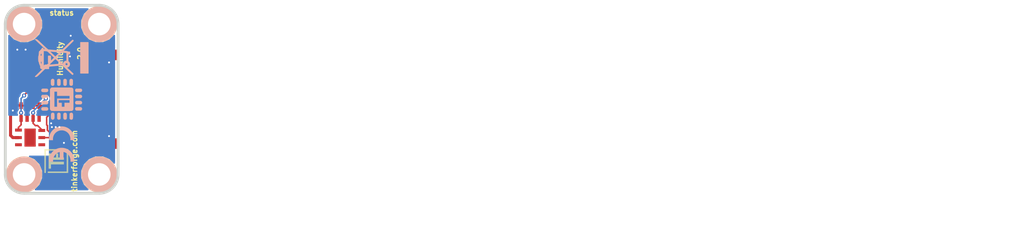
<source format=kicad_pcb>
(kicad_pcb (version 4) (host pcbnew 4.0.2+dfsg1-stable)
  (title_block (title "Humidity Bricklet") (date 2017-05-08) (rev 2.0) (company "Tinkerforge GmbH") (comment 1 "Licensed under CERN OHL v.1.1") (comment 2 "Copyright (©) 2017, B.Nordmeyer <bastian@tinkerforge.com>"))
  (layers (0 F.Cu signal) (31 B.Cu signal hide) (34 B.Paste user) (35 F.Paste user) (36 B.SilkS user) (37 F.SilkS user) (38 B.Mask user) (39 F.Mask user) (44 Edge.Cuts user))
  (net 0 "")
  (net 1 GND)
  (net 2 VCC)
  (net 3 "Net-(D101-Pad2)")
  (net 4 "Net-(P101-Pad4)")
  (net 5 "Net-(P101-Pad5)")
  (net 6 "Net-(P101-Pad6)")
  (net 7 "Net-(C102-Pad2)")
  (net 8 "Net-(R101-Pad1)")
  (net 9 SDA)
  (net 10 SCL)
  (net 11 S-MISO)
  (net 12 S-CS)
  (net 13 S-CLK)
  (net 14 S-MOSI)
  (net 15 "Net-(P102-Pad1)")
  (net 16 "Net-(P103-Pad2)")
  (net 17 +5V)
  (net 18 "Net-(RP102-Pad6)")
  (net 19 "Net-(RP102-Pad8)")
  (net 20 "Net-(U101-Pad2)")
  (net 21 "Net-(U101-Pad3)")
  (net 22 "Net-(U101-Pad5)")
  (net 23 "Net-(U101-Pad6)")
  (net 24 "Net-(U101-Pad8)")
  (net 25 "Net-(U101-Pad11)")
  (net 26 "Net-(U101-Pad12)")
  (net 27 "Net-(U101-Pad13)")
  (net 28 "Net-(U101-Pad14)")
  (net 29 "Net-(U101-Pad16)")
  (net 30 "Net-(U101-Pad18)")
  (net 31 "Net-(U101-Pad20)")
  (net 32 "Net-(U101-Pad21)")
  (net 33 "Net-(U102-Pad3)")
  (net 34 "Net-(U102-Pad4)")
  (module kicad-libraries:Logo_31x31 (layer F.Cu) (at 145.3 150.8 90)
    (fp_text reference G*** hide)
    (fp_text value Logo_31x31 hide)
  )
  (module kicad-libraries:Logo_CoMCU (layer B.Cu) (at 147.6 141 270)
    (fp_text reference G*** hide)
    (fp_text value LOGO hide)
  )
  (module kicad-libraries:WEEE_7mm (layer B.Cu) (at 147.6 135.5 270)
    (fp_text reference G*** hide)
    (fp_text value LOGO hide)
  )
  (module kicad-libraries:CE_5mm (layer B.Cu) (at 147.6 147 270)
    (fp_text reference VAL hide)
    (fp_text value CE_5mm hide)
  )
  (module kicad-libraries:Fiducial_Mark (layer F.Cu) (at 147.6 152)
    (fp_text reference Fiducial_Mark hide)
    (fp_text value VAL** hide)
    (pad 1 smd circle (at 0 0) (size 1.00076 1.00076) (layers F.Cu F.Paste F.Mask) (clearance 0.65024))
  )
  (module kicad-libraries:Fiducial_Mark (layer F.Cu) (at 153.6 137.5)
    (fp_text reference Fiducial_Mark hide)
    (fp_text value VAL** hide)
    (pad 1 smd circle (at 0 0) (size 1.00076 1.00076) (layers F.Cu F.Paste F.Mask) (clearance 0.65024))
  )
  (module kicad-libraries:DEBUG_PAD (layer F.Cu) (at 141.5 140.1 270)
    (fp_text reference P102)
    (fp_text value DEBUG)
    (pad 1 smd circle (at 0 0 270) (size 0.7 0.7) (layers F.Cu F.Paste F.Mask) (net 15 "Net-(P102-Pad1)"))
  )
  (module kicad-libraries:SolderJumper (layer F.Cu) (at 148.8 133.6 270)
    (fp_text reference P103)
    (fp_text value BOOT)
    (pad 2 smd rect (at 0.55 0 270) (size 0.3 1.4) (layers F.Cu F.Mask) (net 16 "Net-(P103-Pad2)"))
    (pad 2 smd rect (at 0.15 0 270) (size 0.6 0.5) (layers F.Cu F.Mask) (net 16 "Net-(P103-Pad2)"))
    (pad 1 smd rect (at -0.5 0 270) (size 0.4 1.4) (layers F.Cu F.Mask) (net 1 GND))
    (pad 1 smd rect (at -0.225 0.55 270) (size 0.95 0.3) (layers F.Cu F.Mask) (net 1 GND))
    (pad 1 smd rect (at -0.225 -0.55 270) (size 0.95 0.3) (layers F.Cu F.Mask) (net 1 GND))
  )
  (module kicad-libraries:QFN24-4x4mm-0.5mm (layer F.Cu) (at 144.1 137.9 225)
    (fp_text reference U101)
    (fp_text value XMC1100-16)
    (pad 1 smd oval (at -2.025 -1.25 225) (size 1 0.3) (layers F.Cu F.Paste F.Mask) (net 11 S-MISO))
    (pad 2 smd oval (at -2.025 -0.75 225) (size 1 0.3) (layers F.Cu F.Paste F.Mask) (net 20 "Net-(U101-Pad2)"))
    (pad 3 smd oval (at -2.025 -0.25 225) (size 1 0.3) (layers F.Cu F.Paste F.Mask) (net 21 "Net-(U101-Pad3)"))
    (pad 4 smd oval (at -2.025 0.25 225) (size 1 0.3) (layers F.Cu F.Paste F.Mask) (net 16 "Net-(P103-Pad2)"))
    (pad 5 smd oval (at -2.025 0.75 225) (size 1 0.3) (layers F.Cu F.Paste F.Mask) (net 22 "Net-(U101-Pad5)"))
    (pad 6 smd oval (at -2.025 1.25 225) (size 1 0.3) (layers F.Cu F.Paste F.Mask) (net 23 "Net-(U101-Pad6)"))
    (pad 7 smd oval (at -1.25 2.025 315) (size 1 0.3) (layers F.Cu F.Paste F.Mask) (net 8 "Net-(R101-Pad1)"))
    (pad 8 smd oval (at -0.75 2.025 315) (size 1 0.3) (layers F.Cu F.Paste F.Mask) (net 24 "Net-(U101-Pad8)"))
    (pad 9 smd oval (at -0.25 2.025 315) (size 1 0.3) (layers F.Cu F.Paste F.Mask) (net 1 GND))
    (pad 10 smd oval (at 0.25 2.025 315) (size 1 0.3) (layers F.Cu F.Paste F.Mask) (net 2 VCC))
    (pad 11 smd oval (at 0.75 2.025 315) (size 1 0.3) (layers F.Cu F.Paste F.Mask) (net 25 "Net-(U101-Pad11)"))
    (pad 12 smd oval (at 1.25 2.025 315) (size 1 0.3) (layers F.Cu F.Paste F.Mask) (net 26 "Net-(U101-Pad12)"))
    (pad 13 smd oval (at 2.025 1.25 225) (size 1 0.3) (layers F.Cu F.Paste F.Mask) (net 27 "Net-(U101-Pad13)"))
    (pad 14 smd oval (at 2.025 0.75 225) (size 1 0.3) (layers F.Cu F.Paste F.Mask) (net 28 "Net-(U101-Pad14)"))
    (pad 15 smd oval (at 2.025 0.25 225) (size 1 0.3) (layers F.Cu F.Paste F.Mask) (net 15 "Net-(P102-Pad1)"))
    (pad 16 smd oval (at 2.025 -0.25 225) (size 1 0.3) (layers F.Cu F.Paste F.Mask) (net 29 "Net-(U101-Pad16)"))
    (pad 17 smd oval (at 2.025 -0.75 225) (size 1 0.3) (layers F.Cu F.Paste F.Mask) (net 9 SDA))
    (pad 18 smd oval (at 2.025 -1.25 225) (size 1 0.3) (layers F.Cu F.Paste F.Mask) (net 30 "Net-(U101-Pad18)"))
    (pad 19 smd oval (at 1.25 -2.025 315) (size 1 0.3) (layers F.Cu F.Paste F.Mask) (net 10 SCL))
    (pad 20 smd oval (at 0.75 -2.025 315) (size 1 0.3) (layers F.Cu F.Paste F.Mask) (net 31 "Net-(U101-Pad20)"))
    (pad 21 smd oval (at 0.25 -2.025 315) (size 1 0.3) (layers F.Cu F.Paste F.Mask) (net 32 "Net-(U101-Pad21)"))
    (pad 22 smd oval (at -0.25 -2.025 315) (size 1 0.3) (layers F.Cu F.Paste F.Mask) (net 12 S-CS))
    (pad 23 smd oval (at -0.75 -2.025 315) (size 1 0.3) (layers F.Cu F.Paste F.Mask) (net 13 S-CLK))
    (pad 24 smd oval (at -1.25 -2.025 315) (size 1 0.3) (layers F.Cu F.Paste F.Mask) (net 14 S-MOSI))
    (pad EXP smd rect (at 0.65 0.65 225) (size 1.3 1.3) (layers F.Cu F.Paste F.Mask) (net 1 GND))
    (pad EXP smd rect (at 0.65 -0.65 225) (size 1.3 1.3) (layers F.Cu F.Paste F.Mask) (net 1 GND))
    (pad EXP smd rect (at -0.65 0.65 225) (size 1.3 1.3) (layers F.Cu F.Paste F.Mask) (net 1 GND))
    (pad EXP smd rect (at -0.65 -0.65 225) (size 1.3 1.3) (layers F.Cu F.Paste F.Mask) (net 1 GND))
  )
  (module kicad-libraries:DFN6-30x30_humidity (layer F.Cu) (at 143.4 146.1 90)
    (fp_text reference U102)
    (fp_text value HDC1080)
    (pad 1 smd rect (at 1 -1.55 90) (size 0.4 0.9) (layers F.Cu F.Paste F.Mask) (net 9 SDA))
    (pad 2 smd rect (at 0 -1.55 90) (size 0.4 0.9) (layers F.Cu F.Paste F.Mask) (net 1 GND))
    (pad 3 smd rect (at -0.95 -1.55 90) (size 0.4 0.9) (layers F.Cu F.Paste F.Mask) (net 33 "Net-(U102-Pad3)"))
    (pad 4 smd rect (at -0.95 1.55 90) (size 0.4 0.9) (layers F.Cu F.Paste F.Mask) (net 34 "Net-(U102-Pad4)"))
    (pad 5 smd rect (at 0 1.55 90) (size 0.4 0.9) (layers F.Cu F.Paste F.Mask) (net 2 VCC))
    (pad 6 smd rect (at 0.95 1.55 90) (size 0.4 0.9) (layers F.Cu F.Paste F.Mask) (net 10 SCL))
    (pad EXP smd rect (at 0 0 90) (size 2.4 1.5) (layers F.Cu F.Paste F.Mask))
  )
  (module kicad-libraries:C0805 (layer F.Cu) (at 148.5 143.4 90)
    (fp_text reference C101)
    (fp_text value 10uF)
    (pad 1 smd rect (at -1.00076 0 90) (size 1.00076 1.24968) (layers F.Cu F.Paste F.Mask) (net 1 GND) (clearance 0.14986))
    (pad 2 smd rect (at 1.00076 0 90) (size 1.00076 1.24968) (layers F.Cu F.Paste F.Mask) (net 2 VCC) (clearance 0.14986))
  )
  (module kicad-libraries:C0402F (layer F.Cu) (at 148.7 136.6 270)
    (fp_text reference C102)
    (fp_text value 220pF)
    (pad 2 smd rect (at 0.5 0 270) (size 0.6 0.7) (layers F.Cu F.Paste F.Mask) (net 7 "Net-(C102-Pad2)"))
    (pad 1 smd rect (at -0.5 0 270) (size 0.6 0.7) (layers F.Cu F.Paste F.Mask) (net 1 GND))
  )
  (module kicad-libraries:C0603F (layer F.Cu) (at 147 143.2 90)
    (fp_text reference C103)
    (fp_text value 1uF)
    (pad 1 smd rect (at -0.75 0 90) (size 0.9 0.9) (layers F.Cu F.Paste F.Mask) (net 1 GND))
    (pad 2 smd rect (at 0.75 0 90) (size 0.9 0.9) (layers F.Cu F.Paste F.Mask) (net 2 VCC))
  )
  (module kicad-libraries:C0603F (layer F.Cu) (at 141.7 135.5 45)
    (fp_text reference C104)
    (fp_text value 100nF)
    (pad 1 smd rect (at -0.75 0 45) (size 0.9 0.9) (layers F.Cu F.Paste F.Mask) (net 2 VCC))
    (pad 2 smd rect (at 0.75 0 45) (size 0.9 0.9) (layers F.Cu F.Paste F.Mask) (net 1 GND))
  )
  (module kicad-libraries:C0603F (layer F.Cu) (at 147.2 146.1)
    (fp_text reference C105)
    (fp_text value 100nF)
    (pad 1 smd rect (at -0.75 0) (size 0.9 0.9) (layers F.Cu F.Paste F.Mask) (net 2 VCC))
    (pad 2 smd rect (at 0.75 0) (size 0.9 0.9) (layers F.Cu F.Paste F.Mask) (net 1 GND))
  )
  (module kicad-libraries:D0603F (layer F.Cu) (at 147.6 130.7)
    (fp_text reference D101)
    (fp_text value blue)
    (pad 1 smd rect (at -0.75 0) (size 0.9 0.9) (layers F.Cu F.Paste F.Mask) (net 2 VCC))
    (pad 2 smd rect (at 0.75 0) (size 0.9 0.9) (layers F.Cu F.Paste F.Mask) (net 3 "Net-(D101-Pad2)"))
  )
  (module kicad-libraries:CON-SENSOR2 (layer F.Cu) (at 155.1 141 90)
    (fp_text reference P101)
    (fp_text value CON-SENSOR2)
    (pad 1 smd rect (at -3.75 -4.6 90) (size 0.6 1.8) (layers F.Cu F.Paste F.Mask) (net 17 +5V))
    (pad 2 smd rect (at -2.5 -4.6 90) (size 0.6 1.8) (layers F.Cu F.Paste F.Mask) (net 1 GND))
    (pad EP smd rect (at -5.9 -1.2 90) (size 1.4 2.4) (layers F.Cu F.Paste F.Mask) (net 1 GND))
    (pad EP smd rect (at 5.9 -1.2 90) (size 1.4 2.4) (layers F.Cu F.Paste F.Mask) (net 1 GND))
    (pad 3 smd rect (at -1.25 -4.6 90) (size 0.6 1.8) (layers F.Cu F.Paste F.Mask) (net 2 VCC))
    (pad 4 smd rect (at 0 -4.6 90) (size 0.6 1.8) (layers F.Cu F.Paste F.Mask) (net 4 "Net-(P101-Pad4)"))
    (pad 5 smd rect (at 1.25 -4.6 90) (size 0.6 1.8) (layers F.Cu F.Paste F.Mask) (net 5 "Net-(P101-Pad5)"))
    (pad 6 smd rect (at 2.5 -4.6 90) (size 0.6 1.8) (layers F.Cu F.Paste F.Mask) (net 6 "Net-(P101-Pad6)"))
    (pad 7 smd rect (at 3.75 -4.6 90) (size 0.6 1.8) (layers F.Cu F.Paste F.Mask) (net 7 "Net-(C102-Pad2)"))
  )
  (module kicad-libraries:R0603F (layer F.Cu) (at 145.95 133.3 45)
    (fp_text reference R101)
    (fp_text value 1k)
    (pad 1 smd rect (at -0.75 0 45) (size 0.9 0.9) (layers F.Cu F.Paste F.Mask) (net 8 "Net-(R101-Pad1)"))
    (pad 2 smd rect (at 0.75 0 45) (size 0.9 0.9) (layers F.Cu F.Paste F.Mask) (net 3 "Net-(D101-Pad2)"))
  )
  (module kicad-libraries:4X0402 (layer F.Cu) (at 148.2 139.1 90)
    (fp_text reference RP101)
    (fp_text value 82)
    (pad 1 smd rect (at -0.7493 0.575 270) (size 0.29972 0.65) (layers F.Cu F.Paste F.Mask) (net 4 "Net-(P101-Pad4)"))
    (pad 2 smd rect (at -0.24892 0.575 270) (size 0.29972 0.65) (layers F.Cu F.Paste F.Mask) (net 5 "Net-(P101-Pad5)"))
    (pad 3 smd rect (at 0.24892 0.575 270) (size 0.29972 0.65) (layers F.Cu F.Paste F.Mask) (net 6 "Net-(P101-Pad6)"))
    (pad 4 smd rect (at 0.7493 0.575 270) (size 0.29972 0.65) (layers F.Cu F.Paste F.Mask) (net 7 "Net-(C102-Pad2)"))
    (pad 5 smd rect (at 0.7493 -0.575 90) (size 0.29972 0.65) (layers F.Cu F.Paste F.Mask) (net 11 S-MISO))
    (pad 6 smd rect (at 0.24892 -0.575 90) (size 0.29972 0.65) (layers F.Cu F.Paste F.Mask) (net 14 S-MOSI))
    (pad 7 smd rect (at -0.24892 -0.575 90) (size 0.29972 0.65) (layers F.Cu F.Paste F.Mask) (net 13 S-CLK))
    (pad 8 smd rect (at -0.7493 -0.575 90) (size 0.29972 0.65) (layers F.Cu F.Paste F.Mask) (net 12 S-CS))
  )
  (module kicad-libraries:0603X4 (layer F.Cu) (at 143.4 142.7)
    (fp_text reference RP102)
    (fp_text value 4k7)
    (pad 1 smd rect (at 1.19888 -0.8509) (size 0.44958 0.89916) (layers F.Cu F.Paste F.Mask) (net 2 VCC))
    (pad 2 smd rect (at 0.39878 -0.8509) (size 0.44958 0.89916) (layers F.Cu F.Paste F.Mask) (net 2 VCC))
    (pad 3 smd rect (at -0.39878 -0.8509) (size 0.44958 0.89916) (layers F.Cu F.Paste F.Mask) (net 2 VCC))
    (pad 4 smd rect (at -1.19888 -0.8509) (size 0.44958 0.89916) (layers F.Cu F.Paste F.Mask) (net 2 VCC))
    (pad 5 smd rect (at -1.19888 0.8509) (size 0.44958 0.89916) (layers F.Cu F.Paste F.Mask) (net 9 SDA))
    (pad 6 smd rect (at -0.39878 0.8509) (size 0.44958 0.89916) (layers F.Cu F.Paste F.Mask) (net 18 "Net-(RP102-Pad6)"))
    (pad 7 smd rect (at 0.39878 0.8509) (size 0.44958 0.89916) (layers F.Cu F.Paste F.Mask) (net 10 SCL))
    (pad 8 smd rect (at 1.19888 0.8509) (size 0.44958 0.89916) (layers F.Cu F.Paste F.Mask) (net 19 "Net-(RP102-Pad8)"))
  )
  (module kicad-libraries:DRILL_NP (layer F.Cu) (at 152.6 131)
    (fp_text reference U103 hide)
    (fp_text value DRILL hide)
    (pad "" np_thru_hole circle (at 0 0) (size 2.99974 2.99974) (drill 2.99974) (layers *.Cu *.Mask F.SilkS) (clearance 0.89916))
  )
  (module kicad-libraries:DRILL_NP (layer F.Cu) (at 152.6 151)
    (fp_text reference U104 hide)
    (fp_text value DRILL hide)
    (pad "" np_thru_hole circle (at 0 0) (size 2.99974 2.99974) (drill 2.99974) (layers *.Cu *.Mask F.SilkS) (clearance 0.89916))
  )
  (module kicad-libraries:DRILL_NP (layer F.Cu) (at 142.6 131)
    (fp_text reference U105 hide)
    (fp_text value DRILL hide)
    (pad "" np_thru_hole circle (at 0 0) (size 2.99974 2.99974) (drill 2.99974) (layers *.Cu *.Mask F.SilkS) (clearance 0.89916))
  )
  (module kicad-libraries:DRILL_NP (layer F.Cu) (at 142.6 151)
    (fp_text reference U106 hide)
    (fp_text value DRILL hide)
    (pad "" np_thru_hole circle (at 0 0) (size 2.99974 2.99974) (drill 2.99974) (layers *.Cu *.Mask F.SilkS) (clearance 0.89916))
  )
  (gr_text 2.0 (at 150.1 134.9 90) (layer F.SilkS) (effects (font (size 0.7 0.7))))
  (gr_text status (at 147.6 129.5) (layer F.SilkS) (effects (font (size 0.7 0.7))))
  (gr_text Humidity (at 147.4 135.6 90) (layer F.SilkS) (effects (font (size 0.7 0.7))))
  (gr_text tinkerforge.com (at 149.3 149.2 90) (layer F.SilkS) (effects (font (size 0.7 0.7))))
  (gr_line (start 152.6 128.5) (end 142.6 128.5) (angle 90) (layer Edge.Cuts) (width 0.381))
  (gr_line (start 155.1 151) (end 155.1 131) (angle 90) (layer Edge.Cuts) (width 0.381))
  (gr_line (start 142.6 153.5) (end 152.6 153.5) (angle 90) (layer Edge.Cuts) (width 0.381))
  (gr_line (start 140.1 131) (end 140.1 151) (angle 90) (layer Edge.Cuts) (width 0.381))
  (gr_arc (start 142.6 131) (end 140.1 131) (angle 90) (layer Edge.Cuts) (width 0.381))
  (gr_arc (start 142.6 151) (end 142.6 153.5) (angle 90) (layer Edge.Cuts) (width 0.381))
  (gr_arc (start 152.6 151) (end 155.1 151) (angle 90) (layer Edge.Cuts) (width 0.381))
  (gr_arc (start 152.6 131) (end 152.6 128.5) (angle 90) (layer Edge.Cuts) (width 0.381))
  (segment (start 141.85 146.1) (end 141.1 146.1) (width 0.4) (layer F.Cu) (net 1))
  (via (at 141.1 142.5) (size 0.55) (drill 0.25) (layers F.Cu B.Cu) (net 1))
  (segment (start 140.8 142.8) (end 141.1 142.5) (width 0.4) (layer F.Cu) (net 1))
  (segment (start 140.8 145.8) (end 140.8 142.8) (width 0.4) (layer F.Cu) (net 1))
  (segment (start 141.1 146.1) (end 140.8 145.8) (width 0.4) (layer F.Cu) (net 1))
  (segment (start 147.95 146.1) (end 147.95 146.75) (width 0.4) (layer F.Cu) (net 1))
  (via (at 147.9 146.8) (size 0.55) (drill 0.25) (layers F.Cu B.Cu) (net 1))
  (segment (start 147.95 146.75) (end 147.9 146.8) (width 0.4) (layer F.Cu) (net 1))
  (segment (start 148.8 133.1) (end 149.35 133.1) (width 0.25) (layer F.Cu) (net 1))
  (segment (start 149.35 133.1) (end 149.35 133.4) (width 0.25) (layer F.Cu) (net 1))
  (segment (start 149.35 133.4) (end 149.35 133.375) (width 0.25) (layer F.Cu) (net 1))
  (segment (start 148.8 133.1) (end 148.25 133.1) (width 0.25) (layer F.Cu) (net 1))
  (segment (start 148.25 133.1) (end 148.25 133.4) (width 0.25) (layer F.Cu) (net 1))
  (segment (start 148.25 133.4) (end 148.25 133.375) (width 0.25) (layer F.Cu) (net 1))
  (segment (start 148.8 133.1) (end 148.8 132.55) (width 0.25) (layer F.Cu) (net 1))
  (via (at 148.8 132.55) (size 0.55) (drill 0.25) (layers F.Cu B.Cu) (net 1))
  (segment (start 142.23033 134.96967) (end 141.7 134.43934) (width 0.5) (layer F.Cu) (net 1))
  (via (at 141.7 134.4) (size 0.55) (drill 0.25) (layers F.Cu B.Cu) (net 1))
  (segment (start 141.7 134.43934) (end 141.7 134.4) (width 0.5) (layer F.Cu) (net 1))
  (segment (start 142.844885 136.291332) (end 143.534314 136.980761) (width 0.25) (layer F.Cu) (net 1))
  (segment (start 143.534314 136.980761) (end 144.1 136.980761) (width 0.25) (layer F.Cu) (net 1))
  (segment (start 144.1 136.980761) (end 143.180761 137.9) (width 0.25) (layer F.Cu) (net 1))
  (segment (start 144.1 138.819239) (end 143.180761 137.9) (width 0.25) (layer F.Cu) (net 1))
  (segment (start 145.019239 137.9) (end 144.1 136.980761) (width 0.25) (layer F.Cu) (net 1))
  (segment (start 142.23033 134.96967) (end 142.8 134.4) (width 0.5) (layer F.Cu) (net 1))
  (via (at 142.8 134.4) (size 0.55) (drill 0.25) (layers F.Cu B.Cu) (net 1))
  (segment (start 148.7 135.95) (end 148.7 135.3) (width 0.5) (layer F.Cu) (net 1))
  (via (at 148.7 135.3) (size 0.55) (drill 0.25) (layers F.Cu B.Cu) (net 1))
  (segment (start 153.9 135.1) (end 153.9 136.1) (width 0.5) (layer F.Cu) (net 1))
  (via (at 153.9 136.1) (size 0.55) (drill 0.25) (layers F.Cu B.Cu) (net 1))
  (segment (start 153.9 146.9) (end 153.9 145.9) (width 0.5) (layer F.Cu) (net 1))
  (via (at 153.9 145.9) (size 0.55) (drill 0.25) (layers F.Cu B.Cu) (net 1))
  (segment (start 148.5 144.40076) (end 147.90076 144.40076) (width 0.5) (layer F.Cu) (net 1))
  (segment (start 147.90076 144.40076) (end 147.45 143.95) (width 0.5) (layer F.Cu) (net 1))
  (segment (start 147.45 143.95) (end 147 143.95) (width 0.5) (layer F.Cu) (net 1))
  (segment (start 150.5 143.5) (end 149.9 143.5) (width 0.5) (layer F.Cu) (net 1))
  (segment (start 149.9 143.5) (end 148.99924 144.40076) (width 0.5) (layer F.Cu) (net 1))
  (segment (start 148.99924 144.40076) (end 148.5 144.40076) (width 0.5) (layer F.Cu) (net 1))
  (segment (start 147 143.95) (end 146.45 143.95) (width 0.5) (layer F.Cu) (net 1))
  (via (at 146.2 144.2) (size 0.55) (drill 0.25) (layers F.Cu B.Cu) (net 1))
  (segment (start 146.45 143.95) (end 146.2 144.2) (width 0.5) (layer F.Cu) (net 1))
  (segment (start 147 143.95) (end 146.95 143.95) (width 0.5) (layer F.Cu) (net 1))
  (segment (start 146.95 143.95) (end 146.3 144.6) (width 0.5) (layer F.Cu) (net 1))
  (via (at 146.3 144.7) (size 0.55) (drill 0.25) (layers F.Cu B.Cu) (net 1))
  (segment (start 146.3 144.6) (end 146.3 144.7) (width 0.5) (layer F.Cu) (net 1))
  (segment (start 147 143.95) (end 147 144.5) (width 0.5) (layer F.Cu) (net 1))
  (via (at 146.8 144.7) (size 0.55) (drill 0.25) (layers F.Cu B.Cu) (net 1))
  (segment (start 147 144.5) (end 146.8 144.7) (width 0.5) (layer F.Cu) (net 1))
  (segment (start 147 143.95) (end 147 144.4) (width 0.5) (layer F.Cu) (net 1))
  (segment (start 147 144.4) (end 147.3 144.7) (width 0.5) (layer F.Cu) (net 1))
  (via (at 147.3 144.7) (size 0.55) (drill 0.25) (layers F.Cu B.Cu) (net 1))
  (segment (start 142.844885 136.291332) (end 142.4 135.846447) (width 0.25) (layer F.Cu) (net 1))
  (segment (start 142.4 135.846447) (end 142.4 135.13934) (width 0.25) (layer F.Cu) (net 1))
  (segment (start 142.4 135.13934) (end 142.23033 134.96967) (width 0.25) (layer F.Cu) (net 1))
  (segment (start 146.45 146.1) (end 146.45 145.85) (width 0.2) (layer F.Cu) (net 2))
  (segment (start 146.45 145.85) (end 145.7 145.1) (width 0.2) (layer F.Cu) (net 2))
  (segment (start 145.6 143.4) (end 146.55 142.45) (width 0.2) (layer F.Cu) (net 2))
  (segment (start 145.6 144.4) (end 145.6 143.4) (width 0.2) (layer F.Cu) (net 2))
  (segment (start 145.7 144.5) (end 145.6 144.4) (width 0.2) (layer F.Cu) (net 2))
  (segment (start 145.7 145.1) (end 145.7 144.5) (width 0.2) (layer F.Cu) (net 2))
  (segment (start 146.55 142.45) (end 147 142.45) (width 0.2) (layer F.Cu) (net 2))
  (segment (start 142.20112 141.8491) (end 141.9491 141.8491) (width 0.25) (layer F.Cu) (net 2))
  (segment (start 140.8 136.4) (end 141.16967 136.03033) (width 0.25) (layer F.Cu) (net 2))
  (segment (start 140.8 139.5) (end 140.8 136.4) (width 0.25) (layer F.Cu) (net 2))
  (segment (start 140.8 140.7) (end 140.8 139.5) (width 0.25) (layer F.Cu) (net 2))
  (segment (start 141.9491 141.8491) (end 140.8 140.7) (width 0.25) (layer F.Cu) (net 2))
  (segment (start 143.00122 141.8491) (end 142.20112 141.8491) (width 0.25) (layer F.Cu) (net 2))
  (segment (start 143.79878 141.8491) (end 143.00122 141.8491) (width 0.25) (layer F.Cu) (net 2))
  (segment (start 144.59888 141.8491) (end 143.79878 141.8491) (width 0.25) (layer F.Cu) (net 2))
  (segment (start 147 142.45) (end 146.25 142.45) (width 0.25) (layer F.Cu) (net 2))
  (segment (start 145.6491 141.8491) (end 144.59888 141.8491) (width 0.25) (layer F.Cu) (net 2))
  (segment (start 146.25 142.45) (end 145.6491 141.8491) (width 0.25) (layer F.Cu) (net 2))
  (segment (start 144.95 146.1) (end 146.45 146.1) (width 0.2) (layer F.Cu) (net 2))
  (segment (start 147 142.45) (end 146.65 142.45) (width 0.25) (layer F.Cu) (net 2))
  (segment (start 146.7499 130.7) (end 146.7499 130.9501) (width 0.25) (layer F.Cu) (net 2))
  (segment (start 146.7499 130.9501) (end 143.95 133.75) (width 0.25) (layer F.Cu) (net 2))
  (segment (start 140.75 135.61066) (end 141.16967 136.03033) (width 0.25) (layer F.Cu) (net 2))
  (segment (start 140.75 134.45) (end 140.75 135.61066) (width 0.25) (layer F.Cu) (net 2))
  (segment (start 141.45 133.75) (end 140.75 134.45) (width 0.25) (layer F.Cu) (net 2))
  (segment (start 143.95 133.75) (end 141.45 133.75) (width 0.25) (layer F.Cu) (net 2))
  (segment (start 148.5 142.39924) (end 147.05076 142.39924) (width 0.5) (layer F.Cu) (net 2))
  (segment (start 147.05076 142.39924) (end 147 142.45) (width 0.5) (layer F.Cu) (net 2))
  (segment (start 150.5 142.25) (end 149.45 142.25) (width 0.5) (layer F.Cu) (net 2))
  (segment (start 149.30076 142.39924) (end 148.5 142.39924) (width 0.5) (layer F.Cu) (net 2))
  (segment (start 149.45 142.25) (end 149.30076 142.39924) (width 0.5) (layer F.Cu) (net 2))
  (segment (start 142.491332 136.644885) (end 142.046447 136.2) (width 0.25) (layer F.Cu) (net 2))
  (segment (start 142.046447 136.2) (end 141.33934 136.2) (width 0.25) (layer F.Cu) (net 2))
  (segment (start 141.33934 136.2) (end 141.16967 136.03033) (width 0.25) (layer F.Cu) (net 2))
  (segment (start 148.4501 130.7) (end 148.4501 130.7999) (width 0.25) (layer F.Cu) (net 3))
  (segment (start 148.4501 130.7999) (end 146.48033 132.76967) (width 0.25) (layer F.Cu) (net 3))
  (segment (start 148.35 130.8001) (end 148.4501 130.7) (width 0.25) (layer F.Cu) (net 3))
  (segment (start 148.775 139.8493) (end 148.9493 139.8493) (width 0.25) (layer F.Cu) (net 4))
  (segment (start 148.9493 139.8493) (end 149.2 140.1) (width 0.25) (layer F.Cu) (net 4))
  (segment (start 149.2 140.1) (end 149.2 140.5) (width 0.25) (layer F.Cu) (net 4))
  (segment (start 149.2 140.5) (end 149.7 141) (width 0.25) (layer F.Cu) (net 4))
  (segment (start 149.7 141) (end 150.5 141) (width 0.25) (layer F.Cu) (net 4))
  (segment (start 148.775 139.34892) (end 149.24892 139.34892) (width 0.25) (layer F.Cu) (net 5))
  (segment (start 149.24892 139.34892) (end 149.65 139.75) (width 0.25) (layer F.Cu) (net 5))
  (segment (start 149.65 139.75) (end 150.5 139.75) (width 0.25) (layer F.Cu) (net 5))
  (segment (start 148.775 138.85108) (end 149.24892 138.85108) (width 0.25) (layer F.Cu) (net 6))
  (segment (start 149.24892 138.85108) (end 149.6 138.5) (width 0.25) (layer F.Cu) (net 6))
  (segment (start 149.6 138.5) (end 150.5 138.5) (width 0.25) (layer F.Cu) (net 6))
  (segment (start 150.5 137.25) (end 148.7 137.25) (width 0.25) (layer F.Cu) (net 7))
  (segment (start 148.775 138.3507) (end 148.7 138.2757) (width 0.25) (layer F.Cu) (net 7))
  (segment (start 148.7 138.2757) (end 148.7 137.25) (width 0.25) (layer F.Cu) (net 7))
  (segment (start 143.551992 135.584225) (end 143.2 135.232233) (width 0.25) (layer F.Cu) (net 8))
  (segment (start 143.2 135.232233) (end 143.2 134.8) (width 0.25) (layer F.Cu) (net 8))
  (segment (start 143.2 134.8) (end 143.6 134.4) (width 0.25) (layer F.Cu) (net 8))
  (segment (start 143.6 134.4) (end 144.85 134.4) (width 0.25) (layer F.Cu) (net 8))
  (segment (start 144.85 134.4) (end 145.41967 133.83033) (width 0.25) (layer F.Cu) (net 8))
  (segment (start 142.2 142.8) (end 142.2 140.9) (width 0.2) (layer B.Cu) (net 9))
  (segment (start 142.20112 142.80112) (end 142.2 142.8) (width 0.2) (layer F.Cu) (net 9))
  (via (at 142.2 142.8) (size 0.55) (drill 0.25) (layers F.Cu B.Cu) (net 9))
  (segment (start 142.20112 143.5509) (end 142.20112 142.80112) (width 0.2) (layer F.Cu) (net 9))
  (segment (start 142.6 140.46066) (end 142.6 140.5) (width 0.2) (layer F.Cu) (net 9))
  (via (at 142.6 140.5) (size 0.55) (drill 0.25) (layers F.Cu B.Cu) (net 9))
  (segment (start 142.6 140.46066) (end 143.198439 139.862221) (width 0.2) (layer F.Cu) (net 9))
  (segment (start 142.2 140.9) (end 142.6 140.5) (width 0.2) (layer B.Cu) (net 9))
  (segment (start 141.85 145.1) (end 141.85 144.75) (width 0.2) (layer F.Cu) (net 9))
  (segment (start 142.20112 144.39888) (end 142.20112 143.5509) (width 0.2) (layer F.Cu) (net 9))
  (segment (start 141.85 144.75) (end 142.20112 144.39888) (width 0.2) (layer F.Cu) (net 9))
  (segment (start 145.5 140.9) (end 143.8 142.6) (width 0.2) (layer B.Cu) (net 10))
  (segment (start 143.8 142.6) (end 143.8 142.8) (width 0.2) (layer B.Cu) (net 10))
  (segment (start 143.79878 142.80122) (end 143.8 142.8) (width 0.2) (layer F.Cu) (net 10))
  (via (at 143.8 142.8) (size 0.55) (drill 0.25) (layers F.Cu B.Cu) (net 10))
  (segment (start 143.79878 143.5509) (end 143.79878 142.80122) (width 0.2) (layer F.Cu) (net 10))
  (segment (start 145.332233 140.9) (end 145.5 140.9) (width 0.2) (layer F.Cu) (net 10))
  (via (at 145.5 140.9) (size 0.55) (drill 0.25) (layers F.Cu B.Cu) (net 10))
  (segment (start 145.332233 140.9) (end 144.648008 140.215775) (width 0.2) (layer F.Cu) (net 10))
  (segment (start 144.95 145.15) (end 144.95 145.05) (width 0.2) (layer F.Cu) (net 10))
  (segment (start 144.95 145.05) (end 144.4 144.5) (width 0.2) (layer F.Cu) (net 10))
  (segment (start 144.4 144.5) (end 144.1 144.5) (width 0.2) (layer F.Cu) (net 10))
  (segment (start 144.1 144.5) (end 143.79878 144.19878) (width 0.2) (layer F.Cu) (net 10))
  (segment (start 143.79878 144.19878) (end 143.79878 143.5509) (width 0.2) (layer F.Cu) (net 10))
  (segment (start 146.415775 137.351992) (end 147.414483 138.3507) (width 0.25) (layer F.Cu) (net 11))
  (segment (start 147.414483 138.3507) (end 147.625 138.3507) (width 0.25) (layer F.Cu) (net 11))
  (segment (start 145.708668 139.155115) (end 146.402853 139.8493) (width 0.25) (layer F.Cu) (net 12))
  (segment (start 146.402853 139.8493) (end 147.625 139.8493) (width 0.25) (layer F.Cu) (net 12))
  (segment (start 146.062221 138.801561) (end 146.60958 139.34892) (width 0.25) (layer F.Cu) (net 13))
  (segment (start 146.60958 139.34892) (end 147.625 139.34892) (width 0.25) (layer F.Cu) (net 13))
  (segment (start 146.415775 138.448008) (end 146.818847 138.85108) (width 0.25) (layer F.Cu) (net 14))
  (segment (start 146.818847 138.85108) (end 147.625 138.85108) (width 0.25) (layer F.Cu) (net 14))
  (segment (start 142.491332 139.155115) (end 141.546447 140.1) (width 0.25) (layer F.Cu) (net 15))
  (segment (start 141.546447 140.1) (end 141.5 140.1) (width 0.25) (layer F.Cu) (net 15))
  (segment (start 148.8 133.75) (end 148.8 134.15) (width 0.25) (layer F.Cu) (net 16))
  (segment (start 148.8 134.35) (end 148.8 134.15) (width 0.25) (layer F.Cu) (net 16))
  (segment (start 148.4 134.75) (end 148.8 134.35) (width 0.25) (layer F.Cu) (net 16))
  (segment (start 146.896447 134.75) (end 148.4 134.75) (width 0.25) (layer F.Cu) (net 16))
  (segment (start 145.355115 136.291332) (end 146.896447 134.75) (width 0.25) (layer F.Cu) (net 16))
  (zone (net 1) (net_name GND) (layer B.Cu) (connect_pads yes (clearance 0.2)) (min_thickness 0.2) (fill yes (arc_segments 16) (thermal_gap 0.21) (thermal_bridge_width 0.21))
    (polygon (pts (xy 140.1 128.5) (xy 155.1 128.5) (xy 155.1 153.5) (xy 140.1 153.5)))
  )
  (zone (net 0) (net_name "") (layer B.Cu) (connect_pads (clearance 0.2)) (min_thickness 0.2)
    (keepout (tracks allowed) (vias allowed) (copperpour not_allowed))
    (fill (arc_segments 16) (thermal_gap 0.21) (thermal_bridge_width 0.21))
    (polygon (pts (xy 140.2 148.5) (xy 140.1 143.2) (xy 145.9 143.2) (xy 145.9 148.5)))
  )
)
</source>
